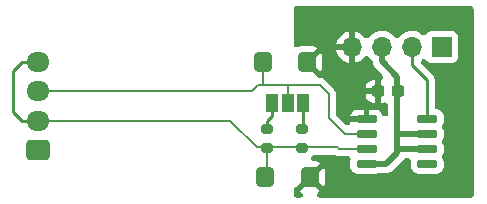
<source format=gtl>
G04 #@! TF.GenerationSoftware,KiCad,Pcbnew,7.0.2*
G04 #@! TF.CreationDate,2023-06-05T15:13:54+09:00*
G04 #@! TF.ProjectId,sync,73796e63-2e6b-4696-9361-645f70636258,rev?*
G04 #@! TF.SameCoordinates,PX3473bc0PY4c4b400*
G04 #@! TF.FileFunction,Copper,L1,Top*
G04 #@! TF.FilePolarity,Positive*
%FSLAX46Y46*%
G04 Gerber Fmt 4.6, Leading zero omitted, Abs format (unit mm)*
G04 Created by KiCad (PCBNEW 7.0.2) date 2023-06-05 15:13:54*
%MOMM*%
%LPD*%
G01*
G04 APERTURE LIST*
G04 Aperture macros list*
%AMRoundRect*
0 Rectangle with rounded corners*
0 $1 Rounding radius*
0 $2 $3 $4 $5 $6 $7 $8 $9 X,Y pos of 4 corners*
0 Add a 4 corners polygon primitive as box body*
4,1,4,$2,$3,$4,$5,$6,$7,$8,$9,$2,$3,0*
0 Add four circle primitives for the rounded corners*
1,1,$1+$1,$2,$3*
1,1,$1+$1,$4,$5*
1,1,$1+$1,$6,$7*
1,1,$1+$1,$8,$9*
0 Add four rect primitives between the rounded corners*
20,1,$1+$1,$2,$3,$4,$5,0*
20,1,$1+$1,$4,$5,$6,$7,0*
20,1,$1+$1,$6,$7,$8,$9,0*
20,1,$1+$1,$8,$9,$2,$3,0*%
G04 Aperture macros list end*
G04 #@! TA.AperFunction,SMDPad,CuDef*
%ADD10RoundRect,0.237500X0.300000X0.237500X-0.300000X0.237500X-0.300000X-0.237500X0.300000X-0.237500X0*%
G04 #@! TD*
G04 #@! TA.AperFunction,SMDPad,CuDef*
%ADD11RoundRect,0.200000X0.275000X-0.200000X0.275000X0.200000X-0.275000X0.200000X-0.275000X-0.200000X0*%
G04 #@! TD*
G04 #@! TA.AperFunction,SMDPad,CuDef*
%ADD12RoundRect,0.380000X-0.380000X-0.460000X0.380000X-0.460000X0.380000X0.460000X-0.380000X0.460000X0*%
G04 #@! TD*
G04 #@! TA.AperFunction,ComponentPad*
%ADD13R,1.700000X1.700000*%
G04 #@! TD*
G04 #@! TA.AperFunction,ComponentPad*
%ADD14O,1.700000X1.700000*%
G04 #@! TD*
G04 #@! TA.AperFunction,ComponentPad*
%ADD15RoundRect,0.250000X0.725000X-0.600000X0.725000X0.600000X-0.725000X0.600000X-0.725000X-0.600000X0*%
G04 #@! TD*
G04 #@! TA.AperFunction,ComponentPad*
%ADD16O,1.950000X1.700000*%
G04 #@! TD*
G04 #@! TA.AperFunction,SMDPad,CuDef*
%ADD17R,1.000000X1.500000*%
G04 #@! TD*
G04 #@! TA.AperFunction,SMDPad,CuDef*
%ADD18RoundRect,0.150000X0.725000X0.150000X-0.725000X0.150000X-0.725000X-0.150000X0.725000X-0.150000X0*%
G04 #@! TD*
G04 #@! TA.AperFunction,ViaPad*
%ADD19C,0.800000*%
G04 #@! TD*
G04 #@! TA.AperFunction,Conductor*
%ADD20C,0.500000*%
G04 #@! TD*
G04 #@! TA.AperFunction,Conductor*
%ADD21C,0.250000*%
G04 #@! TD*
G04 #@! TA.AperFunction,Conductor*
%ADD22C,0.200000*%
G04 #@! TD*
G04 APERTURE END LIST*
D10*
X38112500Y11250000D03*
X36387500Y11250000D03*
D11*
X30000000Y6425000D03*
X30000000Y8075000D03*
X27000000Y6425000D03*
X27000000Y8075000D03*
D12*
X26620000Y13750000D03*
X30380000Y13750000D03*
X26870000Y4000000D03*
X30630000Y4000000D03*
D13*
X41800000Y15000000D03*
D14*
X39260000Y15000000D03*
X36720000Y15000000D03*
X34180000Y15000000D03*
D15*
X7600000Y6250000D03*
D16*
X7600000Y8750000D03*
X7600000Y11250000D03*
X7600000Y13750000D03*
D17*
X27450000Y10250000D03*
X28750000Y10250000D03*
X30050000Y10250000D03*
D18*
X40575000Y5095000D03*
X40575000Y6365000D03*
X40575000Y7635000D03*
X40575000Y8905000D03*
X35425000Y8905000D03*
X35425000Y7635000D03*
X35425000Y6365000D03*
X35425000Y5095000D03*
D19*
X43250000Y10000000D03*
X43750000Y17750000D03*
X34250000Y10500000D03*
X43500000Y3000000D03*
X30000000Y17750000D03*
X37000000Y17750000D03*
X34000000Y3000000D03*
D20*
X38000000Y12500000D02*
X36720000Y13780000D01*
X38000000Y6250000D02*
X38000000Y7500000D01*
X40575000Y6365000D02*
X38115000Y6365000D01*
X35425000Y5095000D02*
X37095000Y5095000D01*
X38135000Y7635000D02*
X38000000Y7500000D01*
X37095000Y5095000D02*
X38000000Y6000000D01*
X38000000Y6000000D02*
X38000000Y6250000D01*
X36720000Y13780000D02*
X36720000Y15000000D01*
X40575000Y7635000D02*
X38135000Y7635000D01*
X38115000Y6365000D02*
X38000000Y6250000D01*
X38000000Y7500000D02*
X38000000Y12500000D01*
D21*
X40575000Y12175000D02*
X39260000Y13490000D01*
X40575000Y8905000D02*
X40575000Y12175000D01*
X39260000Y13490000D02*
X39260000Y15000000D01*
D22*
X26620000Y13500000D02*
X26620000Y11870000D01*
X25750000Y11250000D02*
X7600000Y11250000D01*
X31500000Y11750000D02*
X28750000Y11750000D01*
X26750000Y11750000D02*
X26500000Y11750000D01*
X32250000Y11000000D02*
X31500000Y11750000D01*
X28750000Y11750000D02*
X26750000Y11750000D01*
X28750000Y9750000D02*
X28750000Y11750000D01*
X26250000Y11750000D02*
X25750000Y11250000D01*
X26620000Y11870000D02*
X26500000Y11750000D01*
X35425000Y7635000D02*
X33615000Y7635000D01*
X26500000Y11750000D02*
X26250000Y11750000D01*
X33615000Y7635000D02*
X32250000Y9000000D01*
X32250000Y9000000D02*
X32250000Y11000000D01*
X23875000Y8750000D02*
X7600000Y8750000D01*
X35425000Y6365000D02*
X33115000Y6365000D01*
D21*
X6250000Y13750000D02*
X7600000Y13750000D01*
D22*
X26125000Y6500000D02*
X23875000Y8750000D01*
X27000000Y4130000D02*
X26620000Y3750000D01*
X33115000Y6365000D02*
X32980000Y6500000D01*
X26620000Y3750000D02*
X26620000Y3500000D01*
D21*
X5500000Y9500000D02*
X5500000Y13000000D01*
X6250000Y8750000D02*
X5500000Y9500000D01*
X5500000Y13000000D02*
X6250000Y13750000D01*
X7600000Y8750000D02*
X6250000Y8750000D01*
D22*
X27000000Y6425000D02*
X27000000Y4130000D01*
X32980000Y6500000D02*
X26125000Y6500000D01*
D21*
X30050000Y9750000D02*
X30050000Y8125000D01*
X30050000Y8125000D02*
X30000000Y8075000D01*
X27000000Y8750000D02*
X27000000Y8075000D01*
X27450000Y9750000D02*
X27450000Y9200000D01*
X27450000Y9200000D02*
X27000000Y8750000D01*
G04 #@! TA.AperFunction,Conductor*
G36*
X44346288Y18481046D02*
G01*
X44427070Y18427070D01*
X44481046Y18346288D01*
X44500000Y18251000D01*
X44500000Y2499000D01*
X44481046Y2403712D01*
X44427070Y2322930D01*
X44346288Y2268954D01*
X44251000Y2250000D01*
X31452026Y2250000D01*
X31356738Y2268954D01*
X31275956Y2322930D01*
X31221980Y2403712D01*
X31203026Y2499000D01*
X31221980Y2594288D01*
X31275956Y2675070D01*
X31341390Y2722071D01*
X31483762Y2792684D01*
X30629999Y3646447D01*
X29776235Y2792685D01*
X29918611Y2722071D01*
X29995555Y2662752D01*
X30043941Y2578504D01*
X30056404Y2482152D01*
X30031046Y2388364D01*
X29971727Y2311420D01*
X29887479Y2263034D01*
X29807975Y2250000D01*
X29499000Y2250000D01*
X29403712Y2268954D01*
X29322930Y2322930D01*
X29268954Y2403712D01*
X29250000Y2499000D01*
X29250000Y2912775D01*
X29268954Y3008063D01*
X29322930Y3088845D01*
X29403712Y3142821D01*
X29423129Y3146684D01*
X30276447Y4000000D01*
X30983553Y4000000D01*
X31810361Y3173191D01*
X31810362Y3173192D01*
X31840889Y3234743D01*
X31887086Y3420505D01*
X31889713Y3459242D01*
X31890000Y3467699D01*
X31890000Y4532302D01*
X31889713Y4540759D01*
X31887086Y4579496D01*
X31840890Y4765254D01*
X31810361Y4826810D01*
X30983553Y4000001D01*
X30983553Y4000000D01*
X30276447Y4000000D01*
X30630001Y4353553D01*
X31483763Y5207317D01*
X31315253Y5290891D01*
X31129495Y5337087D01*
X31090758Y5339714D01*
X31082301Y5340000D01*
X30993110Y5340000D01*
X30897822Y5358954D01*
X30817040Y5412930D01*
X30763064Y5493712D01*
X30744110Y5589000D01*
X30763064Y5684288D01*
X30817037Y5765067D01*
X30836816Y5784845D01*
X30836817Y5784848D01*
X30858194Y5806224D01*
X30859407Y5805011D01*
X30894149Y5843054D01*
X30982131Y5884263D01*
X31041727Y5891500D01*
X32647981Y5891500D01*
X32743269Y5872546D01*
X32799563Y5840045D01*
X32808124Y5833476D01*
X32956146Y5772163D01*
X32956149Y5772162D01*
X32975543Y5769609D01*
X33075115Y5756500D01*
X33075120Y5756500D01*
X33115000Y5751250D01*
X33135462Y5753944D01*
X33138701Y5754370D01*
X33171199Y5756500D01*
X33831240Y5756500D01*
X33926528Y5737546D01*
X34007310Y5683570D01*
X34061286Y5602788D01*
X34080240Y5507500D01*
X34070353Y5438034D01*
X34062721Y5411761D01*
X34044438Y5348833D01*
X34044437Y5348831D01*
X34044438Y5348831D01*
X34041500Y5311502D01*
X34041500Y4878498D01*
X34041882Y4873634D01*
X34041883Y4873630D01*
X34044438Y4841166D01*
X34066493Y4765254D01*
X34090855Y4681399D01*
X34175547Y4538193D01*
X34293193Y4420547D01*
X34436399Y4335855D01*
X34561317Y4299564D01*
X34596165Y4289439D01*
X34596169Y4289438D01*
X34633498Y4286500D01*
X34638395Y4286500D01*
X36211605Y4286500D01*
X36216502Y4286500D01*
X36253831Y4289438D01*
X36253833Y4289439D01*
X36253836Y4289439D01*
X36381792Y4326613D01*
X36451260Y4336500D01*
X37021600Y4336500D01*
X37057688Y4333871D01*
X37072789Y4331659D01*
X37117285Y4335553D01*
X37138605Y4336484D01*
X37124702Y4336079D01*
X37131926Y4336500D01*
X37139180Y4336500D01*
X37168506Y4339929D01*
X37175691Y4340663D01*
X37249426Y4347113D01*
X37249428Y4347114D01*
X37260506Y4348083D01*
X37260658Y4348117D01*
X37271107Y4351921D01*
X37271113Y4351921D01*
X37340718Y4377256D01*
X37347461Y4379600D01*
X37417738Y4402886D01*
X37417740Y4402888D01*
X37428317Y4406392D01*
X37428429Y4406446D01*
X37437732Y4412565D01*
X37499607Y4453263D01*
X37505633Y4457103D01*
X37568651Y4495970D01*
X37568652Y4495972D01*
X37578133Y4501819D01*
X37578231Y4501899D01*
X37585870Y4509997D01*
X37585874Y4509999D01*
X37636696Y4563869D01*
X37641674Y4568995D01*
X38484447Y5411768D01*
X38511819Y5435420D01*
X38524058Y5444531D01*
X38552782Y5478766D01*
X38567863Y5495159D01*
X38557636Y5484360D01*
X38562451Y5489772D01*
X38567580Y5494899D01*
X38578414Y5508601D01*
X38581053Y5511938D01*
X38655022Y5574928D01*
X38747465Y5604816D01*
X38776373Y5606500D01*
X38945350Y5606500D01*
X39040638Y5587546D01*
X39121420Y5533570D01*
X39175396Y5452788D01*
X39194350Y5357500D01*
X39193583Y5337969D01*
X39191500Y5311502D01*
X39191500Y4878498D01*
X39191882Y4873634D01*
X39191883Y4873630D01*
X39194438Y4841166D01*
X39216493Y4765254D01*
X39240855Y4681399D01*
X39325547Y4538193D01*
X39443193Y4420547D01*
X39586399Y4335855D01*
X39711317Y4299564D01*
X39746165Y4289439D01*
X39746169Y4289438D01*
X39783498Y4286500D01*
X39788395Y4286500D01*
X41361605Y4286500D01*
X41366502Y4286500D01*
X41403831Y4289438D01*
X41563601Y4335855D01*
X41706807Y4420547D01*
X41824453Y4538193D01*
X41909145Y4681399D01*
X41955562Y4841169D01*
X41958500Y4878498D01*
X41958500Y5311502D01*
X41955562Y5348831D01*
X41953043Y5357500D01*
X41930404Y5435425D01*
X41909145Y5508601D01*
X41853167Y5603253D01*
X41820978Y5694914D01*
X41826316Y5791922D01*
X41853166Y5856746D01*
X41909145Y5951399D01*
X41955562Y6111169D01*
X41958500Y6148498D01*
X41958500Y6581502D01*
X41955562Y6618831D01*
X41909145Y6778601D01*
X41853167Y6873253D01*
X41820978Y6964914D01*
X41826316Y7061922D01*
X41853166Y7126746D01*
X41909145Y7221399D01*
X41955562Y7381169D01*
X41958500Y7418498D01*
X41958500Y7851502D01*
X41955562Y7888831D01*
X41909145Y8048601D01*
X41853167Y8143253D01*
X41820978Y8234914D01*
X41826316Y8331922D01*
X41853166Y8396746D01*
X41909145Y8491399D01*
X41955562Y8651169D01*
X41958500Y8688498D01*
X41958500Y9121502D01*
X41955562Y9158831D01*
X41909145Y9318601D01*
X41824453Y9461807D01*
X41706807Y9579453D01*
X41563601Y9664145D01*
X41563598Y9664146D01*
X41388031Y9715153D01*
X41301814Y9759939D01*
X41239299Y9834310D01*
X41210004Y9926942D01*
X41208500Y9954266D01*
X41208500Y12077569D01*
X41211127Y12101368D01*
X41209896Y12140538D01*
X41208623Y12181060D01*
X41208500Y12188881D01*
X41208500Y12207020D01*
X41208500Y12214856D01*
X41207516Y12222636D01*
X41207360Y12225123D01*
X41206991Y12232954D01*
X41206958Y12234019D01*
X41205674Y12274889D01*
X41202721Y12285052D01*
X41194799Y12323306D01*
X41193474Y12333797D01*
X41179327Y12369526D01*
X41171738Y12391693D01*
X41161018Y12428593D01*
X41155632Y12437701D01*
X41138446Y12472782D01*
X41134552Y12482617D01*
X41111974Y12513692D01*
X41099093Y12533302D01*
X41079543Y12566360D01*
X41079542Y12566362D01*
X41072055Y12573849D01*
X41046692Y12603546D01*
X41040472Y12612107D01*
X41010875Y12636592D01*
X40993526Y12652379D01*
X40082096Y13563810D01*
X40028120Y13644591D01*
X40009166Y13739879D01*
X40028120Y13835167D01*
X40082097Y13915949D01*
X40105211Y13936362D01*
X40138474Y13962252D01*
X40225308Y14005819D01*
X40322209Y14012841D01*
X40414421Y13982246D01*
X40487905Y13918692D01*
X40490743Y13914974D01*
X40532786Y13858811D01*
X40586739Y13786739D01*
X40703796Y13699111D01*
X40840799Y13648011D01*
X40901362Y13641500D01*
X40908034Y13641500D01*
X42691966Y13641500D01*
X42698638Y13641500D01*
X42759201Y13648011D01*
X42896204Y13699111D01*
X43013261Y13786739D01*
X43100889Y13903796D01*
X43151989Y14040799D01*
X43158500Y14101362D01*
X43158500Y15898638D01*
X43151989Y15959201D01*
X43100889Y16096204D01*
X43013261Y16213261D01*
X42896204Y16300889D01*
X42896203Y16300890D01*
X42759200Y16351990D01*
X42705276Y16357787D01*
X42705264Y16357788D01*
X42698638Y16358500D01*
X40901362Y16358500D01*
X40894736Y16357788D01*
X40894723Y16357787D01*
X40840799Y16351990D01*
X40703796Y16300890D01*
X40586738Y16213261D01*
X40490743Y16085027D01*
X40418465Y16020104D01*
X40326844Y15987782D01*
X40229828Y15992983D01*
X40142188Y16034914D01*
X40138469Y16037753D01*
X40005574Y16141191D01*
X39807578Y16248340D01*
X39807577Y16248341D01*
X39807574Y16248342D01*
X39594635Y16321444D01*
X39594634Y16321445D01*
X39594632Y16321445D01*
X39372569Y16358500D01*
X39147431Y16358500D01*
X38925367Y16321445D01*
X38865493Y16300890D01*
X38712426Y16248342D01*
X38712424Y16248342D01*
X38712421Y16248340D01*
X38514425Y16141191D01*
X38336758Y16002906D01*
X38173194Y15825229D01*
X38094712Y15767961D01*
X38000288Y15745086D01*
X37904298Y15760086D01*
X37821356Y15810679D01*
X37806806Y15825229D01*
X37643241Y16002906D01*
X37465574Y16141191D01*
X37267578Y16248340D01*
X37267577Y16248341D01*
X37267574Y16248342D01*
X37054635Y16321444D01*
X37054634Y16321445D01*
X37054632Y16321445D01*
X36832569Y16358500D01*
X36607431Y16358500D01*
X36385367Y16321445D01*
X36325493Y16300890D01*
X36172426Y16248342D01*
X36172424Y16248342D01*
X36172421Y16248340D01*
X35974425Y16141191D01*
X35796759Y16002906D01*
X35630303Y15822088D01*
X35627986Y15824221D01*
X35583309Y15778618D01*
X35493936Y15740520D01*
X35396786Y15739524D01*
X35306650Y15775782D01*
X35238889Y15841403D01*
X35218109Y15871079D01*
X35051080Y16038109D01*
X34857579Y16173600D01*
X34643486Y16273433D01*
X34430000Y16330637D01*
X34430000Y15435502D01*
X34322315Y15484680D01*
X34215763Y15500000D01*
X34144237Y15500000D01*
X34037685Y15484680D01*
X33930000Y15435502D01*
X33930000Y16330636D01*
X33929999Y16330637D01*
X33716508Y16273432D01*
X33502426Y16173603D01*
X33308923Y16038111D01*
X33141889Y15871077D01*
X33006397Y15677574D01*
X32906568Y15463492D01*
X32849363Y15250001D01*
X32849364Y15250000D01*
X33746314Y15250000D01*
X33720507Y15209844D01*
X33680000Y15071889D01*
X33680000Y14928111D01*
X33720507Y14790156D01*
X33746314Y14750000D01*
X32849363Y14750000D01*
X32906567Y14536514D01*
X33006400Y14322421D01*
X33141889Y14128923D01*
X33308922Y13961890D01*
X33502420Y13826401D01*
X33716508Y13726570D01*
X33930000Y13669366D01*
X33930000Y14564499D01*
X34037685Y14515320D01*
X34144237Y14500000D01*
X34215763Y14500000D01*
X34322315Y14515320D01*
X34430000Y14564499D01*
X34430000Y13669366D01*
X34643491Y13726570D01*
X34857579Y13826401D01*
X35051077Y13961890D01*
X35218109Y14128922D01*
X35238886Y14158594D01*
X35309067Y14225779D01*
X35399616Y14260993D01*
X35496748Y14258874D01*
X35585675Y14219747D01*
X35628127Y14175909D01*
X35630303Y14177912D01*
X35706884Y14094724D01*
X35796760Y13997094D01*
X35815837Y13982246D01*
X35864393Y13944453D01*
X35927947Y13870968D01*
X35958542Y13778756D01*
X35959505Y13769680D01*
X35960551Y13757718D01*
X35961483Y13736398D01*
X35961079Y13750293D01*
X35961500Y13743060D01*
X35961500Y13735820D01*
X35962339Y13728639D01*
X35962340Y13728627D01*
X35964930Y13706469D01*
X35965665Y13699269D01*
X35973079Y13614526D01*
X35973127Y13614310D01*
X36002236Y13534333D01*
X36004613Y13527494D01*
X36031380Y13446716D01*
X36031460Y13446551D01*
X36037564Y13437270D01*
X36037565Y13437268D01*
X36068581Y13390111D01*
X36078254Y13375404D01*
X36082125Y13369328D01*
X36082869Y13368122D01*
X36126803Y13296892D01*
X36126921Y13296747D01*
X36188829Y13238340D01*
X36194025Y13233294D01*
X36777249Y12650070D01*
X36831225Y12569288D01*
X36850179Y12474000D01*
X36831225Y12378712D01*
X36777249Y12297930D01*
X36696467Y12243954D01*
X36646519Y12234019D01*
X36637500Y12224999D01*
X36637500Y10275002D01*
X36637501Y10275001D01*
X36730299Y10275001D01*
X36742954Y10275646D01*
X36837651Y10285320D01*
X36914178Y10310678D01*
X37010591Y10322659D01*
X37104250Y10296832D01*
X37180897Y10237129D01*
X37228861Y10152639D01*
X37241500Y10074317D01*
X37241500Y9377422D01*
X37222546Y9282134D01*
X37168570Y9201352D01*
X37087788Y9147376D01*
X36992500Y9128422D01*
X36897212Y9147376D01*
X36816430Y9201352D01*
X36762454Y9282134D01*
X36753387Y9307952D01*
X36751282Y9315197D01*
X36667682Y9456556D01*
X36551555Y9572683D01*
X36410195Y9656283D01*
X36252493Y9702100D01*
X36220509Y9704617D01*
X36210745Y9705000D01*
X35675001Y9705000D01*
X35675000Y9704999D01*
X35675000Y8904000D01*
X35656046Y8808712D01*
X35602070Y8727930D01*
X35521288Y8673954D01*
X35426000Y8655000D01*
X34052705Y8655000D01*
X34047123Y8648963D01*
X34039339Y8583210D01*
X33991865Y8498444D01*
X33915567Y8438298D01*
X33822059Y8411928D01*
X33725577Y8423350D01*
X33640811Y8470824D01*
X33626459Y8484091D01*
X32955549Y9155000D01*
X34052705Y9155000D01*
X35174999Y9155000D01*
X35175000Y9155001D01*
X35175000Y9704999D01*
X35174999Y9705000D01*
X34639255Y9705000D01*
X34629490Y9704617D01*
X34597506Y9702100D01*
X34439804Y9656283D01*
X34298444Y9572683D01*
X34182317Y9456556D01*
X34098716Y9315196D01*
X34052900Y9157494D01*
X34052705Y9155000D01*
X32955549Y9155000D01*
X32931430Y9179119D01*
X32877453Y9259901D01*
X32858500Y9355184D01*
X32858500Y10943800D01*
X32860197Y10969701D01*
X35350001Y10969701D01*
X35350645Y10957046D01*
X35360319Y10862351D01*
X35414547Y10698698D01*
X35505054Y10551964D01*
X35626963Y10430055D01*
X35773697Y10339548D01*
X35937348Y10285320D01*
X36032048Y10275645D01*
X36044697Y10275001D01*
X36137499Y10275001D01*
X36137500Y10275002D01*
X36137500Y11000000D01*
X35350002Y11000000D01*
X35350001Y10999999D01*
X35350001Y10969701D01*
X32860197Y10969701D01*
X32860630Y10976302D01*
X32863750Y11000001D01*
X32858500Y11039878D01*
X32858500Y11039885D01*
X32849374Y11109201D01*
X32842838Y11158850D01*
X32784643Y11299343D01*
X32782082Y11306148D01*
X32781524Y11306876D01*
X32708477Y11402072D01*
X32708474Y11402075D01*
X32683987Y11433987D01*
X32672078Y11443125D01*
X32665023Y11448539D01*
X32640536Y11470013D01*
X32610548Y11500001D01*
X35350000Y11500001D01*
X35350001Y11500000D01*
X36137499Y11500000D01*
X36137500Y11500001D01*
X36137500Y12225000D01*
X36044681Y12225000D01*
X36032064Y12224357D01*
X35937350Y12214681D01*
X35773697Y12160453D01*
X35626963Y12069946D01*
X35505054Y11948037D01*
X35414547Y11801303D01*
X35360319Y11637652D01*
X35350644Y11542953D01*
X35350000Y11530303D01*
X35350000Y11500001D01*
X32610548Y11500001D01*
X31970011Y12140538D01*
X31948537Y12165025D01*
X31933986Y12183988D01*
X31913724Y12199536D01*
X31913721Y12199538D01*
X31902074Y12208475D01*
X31902072Y12208477D01*
X31806876Y12281524D01*
X31806875Y12281525D01*
X31658849Y12342839D01*
X31639453Y12345393D01*
X31539886Y12358500D01*
X31539877Y12358501D01*
X31467503Y12368028D01*
X31468004Y12371839D01*
X31433407Y12374110D01*
X31346276Y12417091D01*
X31282225Y12490142D01*
X31280130Y12496316D01*
X30202516Y13573930D01*
X30148540Y13654712D01*
X30129586Y13750000D01*
X30733553Y13750000D01*
X31560361Y12923191D01*
X31560362Y12923192D01*
X31590889Y12984743D01*
X31637086Y13170505D01*
X31639713Y13209242D01*
X31640000Y13217699D01*
X31640000Y14282302D01*
X31639713Y14290759D01*
X31637086Y14329496D01*
X31590890Y14515254D01*
X31560361Y14576810D01*
X30733553Y13750001D01*
X30733553Y13750000D01*
X30129586Y13750000D01*
X30148540Y13845288D01*
X30202516Y13926070D01*
X30202517Y13926070D01*
X30380001Y14103553D01*
X31233763Y14957317D01*
X31065253Y15040891D01*
X30879495Y15087087D01*
X30840758Y15089714D01*
X30832301Y15090000D01*
X29927699Y15090000D01*
X29919241Y15089714D01*
X29880504Y15087087D01*
X29694744Y15040891D01*
X29609634Y14998679D01*
X29515847Y14973322D01*
X29419495Y14985785D01*
X29335246Y15034172D01*
X29275928Y15111117D01*
X29250571Y15204904D01*
X29250000Y15221751D01*
X29250000Y18251000D01*
X29268954Y18346288D01*
X29322930Y18427070D01*
X29403712Y18481046D01*
X29499000Y18500000D01*
X44251000Y18500000D01*
X44346288Y18481046D01*
G37*
G04 #@! TD.AperFunction*
M02*

</source>
